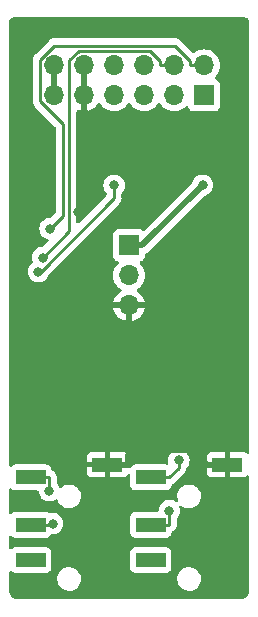
<source format=gtl>
G04 #@! TF.GenerationSoftware,KiCad,Pcbnew,7.0.9-7.0.9~ubuntu20.04.1*
G04 #@! TF.CreationDate,2023-11-16T21:07:45+01:00*
G04 #@! TF.ProjectId,kicad-pmod_i2s2,6b696361-642d-4706-9d6f-645f69327332,1.0*
G04 #@! TF.SameCoordinates,Original*
G04 #@! TF.FileFunction,Copper,L1,Top*
G04 #@! TF.FilePolarity,Positive*
%FSLAX46Y46*%
G04 Gerber Fmt 4.6, Leading zero omitted, Abs format (unit mm)*
G04 Created by KiCad (PCBNEW 7.0.9-7.0.9~ubuntu20.04.1) date 2023-11-16 21:07:45*
%MOMM*%
%LPD*%
G01*
G04 APERTURE LIST*
G04 #@! TA.AperFunction,SMDPad,CuDef*
%ADD10R,2.500000X1.200000*%
G04 #@! TD*
G04 #@! TA.AperFunction,ComponentPad*
%ADD11R,1.700000X1.700000*%
G04 #@! TD*
G04 #@! TA.AperFunction,ComponentPad*
%ADD12O,1.700000X1.700000*%
G04 #@! TD*
G04 #@! TA.AperFunction,ViaPad*
%ADD13C,0.800000*%
G04 #@! TD*
G04 #@! TA.AperFunction,Conductor*
%ADD14C,0.250000*%
G04 #@! TD*
G04 #@! TA.AperFunction,Conductor*
%ADD15C,0.500000*%
G04 #@! TD*
G04 APERTURE END LIST*
D10*
X122480000Y-79535000D03*
X122480000Y-82535000D03*
X128980000Y-74435000D03*
X122480000Y-75535000D03*
D11*
X120650000Y-55880000D03*
D12*
X120650000Y-58420000D03*
X120650000Y-60960000D03*
D11*
X127000000Y-43180000D03*
D12*
X127000000Y-40640000D03*
X124460000Y-43180000D03*
X124460000Y-40640000D03*
X121920000Y-43180000D03*
X121920000Y-40640000D03*
X119380000Y-43180000D03*
X119380000Y-40640000D03*
X116840000Y-43180000D03*
X116840000Y-40640000D03*
X114300000Y-43180000D03*
X114300000Y-40640000D03*
D10*
X112320000Y-79535000D03*
X112320000Y-82535000D03*
X118820000Y-74435000D03*
X112320000Y-75535000D03*
D13*
X120142000Y-83058000D03*
X118364000Y-78994000D03*
X121666000Y-77216000D03*
X126492000Y-68326000D03*
X120650000Y-65024000D03*
X116078000Y-61722000D03*
X117856000Y-72898000D03*
X118110000Y-65532000D03*
X113284000Y-61976000D03*
X110998000Y-67818000D03*
X128016000Y-79248000D03*
X126746000Y-73914000D03*
X128016000Y-72390000D03*
X126492000Y-65786000D03*
X129540000Y-58420000D03*
X125730000Y-57150000D03*
X127762000Y-62230000D03*
X129540000Y-52070000D03*
X127254000Y-45720000D03*
X116332000Y-53086000D03*
X116586000Y-45974000D03*
X118110000Y-37846000D03*
X115570000Y-37846000D03*
X119380000Y-50800000D03*
X112966600Y-58096800D03*
X113895300Y-76663900D03*
X114171700Y-79438000D03*
X113321600Y-56920200D03*
X113962300Y-54461400D03*
X124859000Y-74088900D03*
X124055300Y-78334000D03*
X121412000Y-73660000D03*
X125730000Y-61468000D03*
X118460200Y-57358700D03*
X126876300Y-50785000D03*
D14*
X119380000Y-50800000D02*
X119380000Y-51887600D01*
X113170800Y-58096800D02*
X112966600Y-58096800D01*
X119380000Y-51887600D02*
X113170800Y-58096800D01*
D15*
X121412000Y-73660000D02*
X120564000Y-73660000D01*
X125730000Y-61468000D02*
X125285400Y-61023400D01*
X125285400Y-61023400D02*
X123306300Y-61023400D01*
X120650000Y-55880000D02*
X121781300Y-55880000D01*
X121781300Y-55880000D02*
X126876300Y-50785000D01*
X123306300Y-61023400D02*
X123242900Y-60960000D01*
X123242900Y-60960000D02*
X120650000Y-60960000D01*
X118460200Y-57358700D02*
X118460200Y-54219000D01*
X118460200Y-54219000D02*
X121158000Y-51521200D01*
X121158000Y-51521200D02*
X121158000Y-48798300D01*
X121158000Y-48798300D02*
X116840000Y-44480300D01*
X116840000Y-44480300D02*
X116840000Y-43180000D01*
X120650000Y-60960000D02*
X119126000Y-60960000D01*
X119126000Y-60960000D02*
X118460200Y-60294200D01*
X118460200Y-60294200D02*
X118460200Y-57358700D01*
D14*
X127000000Y-40640000D02*
X125824700Y-40640000D01*
X125824700Y-40640000D02*
X125824700Y-40272700D01*
X125824700Y-40272700D02*
X124518500Y-38966500D01*
X124518500Y-38966500D02*
X114311799Y-38966500D01*
X114311799Y-38966500D02*
X113125000Y-40153299D01*
X113125000Y-40153299D02*
X113125000Y-43666701D01*
X115062000Y-53361700D02*
X113962300Y-54461400D01*
X113125000Y-43666701D02*
X115062000Y-45603701D01*
X115062000Y-45603701D02*
X115062000Y-53361700D01*
D15*
X126758700Y-73914000D02*
X127279700Y-74435000D01*
X126746000Y-73914000D02*
X126758700Y-73914000D01*
X126746000Y-73901300D02*
X126746000Y-73914000D01*
D14*
X112320000Y-75535000D02*
X113895300Y-75535000D01*
X113895300Y-76663900D02*
X113895300Y-75535000D01*
X112320000Y-79535000D02*
X113895300Y-79535000D01*
X113992300Y-79438000D02*
X114171700Y-79438000D01*
X113895300Y-79535000D02*
X113992300Y-79438000D01*
X123284700Y-40275300D02*
X123284700Y-40640000D01*
X122426200Y-39416800D02*
X123284700Y-40275300D01*
X116368500Y-39416800D02*
X122426200Y-39416800D01*
X115570000Y-40215300D02*
X116368500Y-39416800D01*
X115570000Y-54671800D02*
X115570000Y-40215300D01*
X113321600Y-56920200D02*
X115570000Y-54671800D01*
X124460000Y-40640000D02*
X123284700Y-40640000D01*
X122480000Y-75535000D02*
X124055300Y-75535000D01*
X124858900Y-74088900D02*
X124859000Y-74088900D01*
X124858900Y-74731400D02*
X124858900Y-74088900D01*
X124055300Y-75535000D02*
X124858900Y-74731400D01*
X122480000Y-79535000D02*
X124055300Y-79535000D01*
X124055300Y-78334000D02*
X124055300Y-79535000D01*
D15*
X116840000Y-40640000D02*
X116840000Y-43180000D01*
X118820000Y-74435000D02*
X120520300Y-74435000D01*
X128980000Y-74435000D02*
X127279700Y-74435000D01*
X120520300Y-73703700D02*
X120520300Y-74435000D01*
X123306300Y-61023400D02*
X123306300Y-73225100D01*
X120998900Y-73225100D02*
X123306300Y-73225100D01*
X120520300Y-73703700D02*
X120998900Y-73225100D01*
X126069800Y-73225100D02*
X126746000Y-73901300D01*
X123306300Y-73225100D02*
X126069800Y-73225100D01*
X114300000Y-40640000D02*
X114300000Y-43180000D01*
G04 #@! TA.AperFunction,Conductor*
G36*
X117090000Y-42744498D02*
G01*
X116982315Y-42695320D01*
X116875763Y-42680000D01*
X116804237Y-42680000D01*
X116697685Y-42695320D01*
X116590000Y-42744498D01*
X116590000Y-41075501D01*
X116697685Y-41124680D01*
X116804237Y-41140000D01*
X116875763Y-41140000D01*
X116982315Y-41124680D01*
X117090000Y-41075501D01*
X117090000Y-42744498D01*
G37*
G04 #@! TD.AperFunction*
G04 #@! TA.AperFunction,Conductor*
G36*
X130433030Y-36577031D02*
G01*
X130439746Y-36577914D01*
X130447709Y-36578963D01*
X130521327Y-36590622D01*
X130549367Y-36598530D01*
X130573809Y-36608654D01*
X130578190Y-36610674D01*
X130625076Y-36634564D01*
X130644258Y-36646667D01*
X130663594Y-36661503D01*
X130669353Y-36665923D01*
X130675448Y-36671267D01*
X130714730Y-36710549D01*
X130720075Y-36716645D01*
X130739327Y-36741733D01*
X130751435Y-36760924D01*
X130764084Y-36785748D01*
X130775318Y-36807796D01*
X130777352Y-36812208D01*
X130787466Y-36836625D01*
X130795377Y-36864676D01*
X130795379Y-36864683D01*
X130807037Y-36938296D01*
X130808969Y-36952967D01*
X130809500Y-36961069D01*
X130809500Y-73402223D01*
X130789815Y-73469262D01*
X130737011Y-73515017D01*
X130667853Y-73524961D01*
X130604297Y-73495936D01*
X130590561Y-73481183D01*
X130587187Y-73477809D01*
X130472093Y-73391649D01*
X130472086Y-73391645D01*
X130337379Y-73341403D01*
X130337372Y-73341401D01*
X130277844Y-73335000D01*
X129230000Y-73335000D01*
X129230000Y-75535000D01*
X130277828Y-75535000D01*
X130277844Y-75534999D01*
X130337372Y-75528598D01*
X130337379Y-75528596D01*
X130472086Y-75478354D01*
X130472093Y-75478350D01*
X130587187Y-75392190D01*
X130593460Y-75385918D01*
X130594682Y-75387140D01*
X130642166Y-75351594D01*
X130711858Y-75346610D01*
X130773181Y-75380094D01*
X130806666Y-75441417D01*
X130809500Y-75467776D01*
X130809500Y-85086949D01*
X130809201Y-85093031D01*
X130806027Y-85125256D01*
X130793580Y-85235720D01*
X130789021Y-85257830D01*
X130772881Y-85311039D01*
X130745210Y-85390117D01*
X130737528Y-85407614D01*
X130709046Y-85460902D01*
X130706862Y-85464664D01*
X130663133Y-85534257D01*
X130658559Y-85540609D01*
X130616167Y-85592264D01*
X130612078Y-85596776D01*
X130554776Y-85654078D01*
X130550264Y-85658167D01*
X130498609Y-85700559D01*
X130492257Y-85705133D01*
X130422664Y-85748862D01*
X130418902Y-85751046D01*
X130365614Y-85779528D01*
X130348117Y-85787210D01*
X130269039Y-85814881D01*
X130215830Y-85831021D01*
X130193720Y-85835580D01*
X130083256Y-85848027D01*
X130051031Y-85851201D01*
X130044949Y-85851500D01*
X111255051Y-85851500D01*
X111248970Y-85851201D01*
X111216743Y-85848027D01*
X111106278Y-85835580D01*
X111084167Y-85831021D01*
X111030960Y-85814881D01*
X110951881Y-85787210D01*
X110934384Y-85779528D01*
X110914120Y-85768697D01*
X110881085Y-85751039D01*
X110877340Y-85748865D01*
X110858846Y-85737245D01*
X110807741Y-85705133D01*
X110801389Y-85700559D01*
X110749734Y-85658167D01*
X110745232Y-85654087D01*
X110687910Y-85596765D01*
X110683831Y-85592264D01*
X110641439Y-85540609D01*
X110636865Y-85534257D01*
X110631712Y-85526057D01*
X110593123Y-85464641D01*
X110590970Y-85460933D01*
X110562467Y-85407607D01*
X110554794Y-85390132D01*
X110527118Y-85311039D01*
X110510975Y-85257823D01*
X110506419Y-85235728D01*
X110493972Y-85125256D01*
X110490799Y-85093031D01*
X110490500Y-85086952D01*
X110490500Y-84185936D01*
X114565631Y-84185936D01*
X114596442Y-84387063D01*
X114596445Y-84387075D01*
X114667111Y-84577881D01*
X114667115Y-84577888D01*
X114774745Y-84750567D01*
X114774747Y-84750569D01*
X114774748Y-84750571D01*
X114914941Y-84898053D01*
X115043344Y-84987424D01*
X115081949Y-85014294D01*
X115081950Y-85014294D01*
X115081951Y-85014295D01*
X115268942Y-85094540D01*
X115468259Y-85135500D01*
X115620743Y-85135500D01*
X115772439Y-85120074D01*
X115966579Y-85059162D01*
X115966580Y-85059161D01*
X115966588Y-85059159D01*
X116144502Y-84960409D01*
X116298895Y-84827866D01*
X116423448Y-84666958D01*
X116513060Y-84484271D01*
X116564063Y-84287285D01*
X116569203Y-84185936D01*
X124725631Y-84185936D01*
X124756442Y-84387063D01*
X124756445Y-84387075D01*
X124827111Y-84577881D01*
X124827115Y-84577888D01*
X124934745Y-84750567D01*
X124934747Y-84750569D01*
X124934748Y-84750571D01*
X125074941Y-84898053D01*
X125203344Y-84987424D01*
X125241949Y-85014294D01*
X125241950Y-85014294D01*
X125241951Y-85014295D01*
X125428942Y-85094540D01*
X125628259Y-85135500D01*
X125780743Y-85135500D01*
X125932439Y-85120074D01*
X126126579Y-85059162D01*
X126126580Y-85059161D01*
X126126588Y-85059159D01*
X126304502Y-84960409D01*
X126458895Y-84827866D01*
X126583448Y-84666958D01*
X126673060Y-84484271D01*
X126724063Y-84287285D01*
X126734369Y-84084064D01*
X126703556Y-83882929D01*
X126632886Y-83692113D01*
X126525252Y-83519429D01*
X126385059Y-83371947D01*
X126286587Y-83303409D01*
X126218050Y-83255705D01*
X126031056Y-83175459D01*
X125831741Y-83134500D01*
X125679258Y-83134500D01*
X125679257Y-83134500D01*
X125527560Y-83149925D01*
X125333420Y-83210837D01*
X125333405Y-83210844D01*
X125155500Y-83309589D01*
X125155495Y-83309592D01*
X125001106Y-83442132D01*
X125001104Y-83442134D01*
X124876554Y-83603037D01*
X124876553Y-83603040D01*
X124786940Y-83785728D01*
X124735937Y-83982714D01*
X124725631Y-84185936D01*
X116569203Y-84185936D01*
X116574369Y-84084064D01*
X116543556Y-83882929D01*
X116472886Y-83692113D01*
X116365252Y-83519429D01*
X116225059Y-83371947D01*
X116126587Y-83303409D01*
X116058050Y-83255705D01*
X115888326Y-83182870D01*
X120729500Y-83182870D01*
X120729501Y-83182876D01*
X120735908Y-83242483D01*
X120786202Y-83377328D01*
X120786206Y-83377335D01*
X120872452Y-83492544D01*
X120872455Y-83492547D01*
X120987664Y-83578793D01*
X120987671Y-83578797D01*
X121122517Y-83629091D01*
X121122516Y-83629091D01*
X121129444Y-83629835D01*
X121182127Y-83635500D01*
X123777872Y-83635499D01*
X123837483Y-83629091D01*
X123972331Y-83578796D01*
X124087546Y-83492546D01*
X124173796Y-83377331D01*
X124224091Y-83242483D01*
X124230500Y-83182873D01*
X124230499Y-81887128D01*
X124224091Y-81827517D01*
X124173796Y-81692669D01*
X124173795Y-81692668D01*
X124173793Y-81692664D01*
X124087547Y-81577455D01*
X124087544Y-81577452D01*
X123972335Y-81491206D01*
X123972328Y-81491202D01*
X123837482Y-81440908D01*
X123837483Y-81440908D01*
X123777883Y-81434501D01*
X123777881Y-81434500D01*
X123777873Y-81434500D01*
X123777864Y-81434500D01*
X121182129Y-81434500D01*
X121182123Y-81434501D01*
X121122516Y-81440908D01*
X120987671Y-81491202D01*
X120987664Y-81491206D01*
X120872455Y-81577452D01*
X120872452Y-81577455D01*
X120786206Y-81692664D01*
X120786202Y-81692671D01*
X120735908Y-81827517D01*
X120729501Y-81887116D01*
X120729501Y-81887123D01*
X120729500Y-81887135D01*
X120729500Y-83182870D01*
X115888326Y-83182870D01*
X115871056Y-83175459D01*
X115671741Y-83134500D01*
X115519258Y-83134500D01*
X115519257Y-83134500D01*
X115367560Y-83149925D01*
X115173420Y-83210837D01*
X115173405Y-83210844D01*
X114995500Y-83309589D01*
X114995495Y-83309592D01*
X114841106Y-83442132D01*
X114841104Y-83442134D01*
X114716554Y-83603037D01*
X114716553Y-83603040D01*
X114626940Y-83785728D01*
X114575937Y-83982714D01*
X114565631Y-84185936D01*
X110490500Y-84185936D01*
X110490500Y-83568610D01*
X110510185Y-83501571D01*
X110562989Y-83455816D01*
X110632147Y-83445872D01*
X110695703Y-83474897D01*
X110707826Y-83487918D01*
X110712455Y-83492547D01*
X110827664Y-83578793D01*
X110827671Y-83578797D01*
X110962517Y-83629091D01*
X110962516Y-83629091D01*
X110969444Y-83629835D01*
X111022127Y-83635500D01*
X113617872Y-83635499D01*
X113677483Y-83629091D01*
X113812331Y-83578796D01*
X113927546Y-83492546D01*
X114013796Y-83377331D01*
X114064091Y-83242483D01*
X114070500Y-83182873D01*
X114070499Y-81887128D01*
X114064091Y-81827517D01*
X114013796Y-81692669D01*
X114013795Y-81692668D01*
X114013793Y-81692664D01*
X113927547Y-81577455D01*
X113927544Y-81577452D01*
X113812335Y-81491206D01*
X113812328Y-81491202D01*
X113677482Y-81440908D01*
X113677483Y-81440908D01*
X113617883Y-81434501D01*
X113617881Y-81434500D01*
X113617873Y-81434500D01*
X113617864Y-81434500D01*
X111022129Y-81434500D01*
X111022123Y-81434501D01*
X110962516Y-81440908D01*
X110827671Y-81491202D01*
X110827664Y-81491206D01*
X110712455Y-81577452D01*
X110706183Y-81583725D01*
X110704841Y-81582383D01*
X110657823Y-81617575D01*
X110588131Y-81622553D01*
X110526811Y-81589062D01*
X110493331Y-81527736D01*
X110490500Y-81501389D01*
X110490500Y-80568610D01*
X110510185Y-80501571D01*
X110562989Y-80455816D01*
X110632147Y-80445872D01*
X110695703Y-80474897D01*
X110707826Y-80487918D01*
X110712455Y-80492547D01*
X110827664Y-80578793D01*
X110827671Y-80578797D01*
X110962517Y-80629091D01*
X110962516Y-80629091D01*
X110969444Y-80629835D01*
X111022127Y-80635500D01*
X113617872Y-80635499D01*
X113677483Y-80629091D01*
X113812331Y-80578796D01*
X113927546Y-80492546D01*
X113981665Y-80420251D01*
X114005669Y-80388188D01*
X114061603Y-80346318D01*
X114104935Y-80338500D01*
X114266344Y-80338500D01*
X114266346Y-80338500D01*
X114451503Y-80299144D01*
X114624430Y-80222151D01*
X114678496Y-80182870D01*
X120729500Y-80182870D01*
X120729501Y-80182876D01*
X120735908Y-80242483D01*
X120786202Y-80377328D01*
X120786206Y-80377335D01*
X120872452Y-80492544D01*
X120872455Y-80492547D01*
X120987664Y-80578793D01*
X120987671Y-80578797D01*
X121122517Y-80629091D01*
X121122516Y-80629091D01*
X121129444Y-80629835D01*
X121182127Y-80635500D01*
X123777872Y-80635499D01*
X123837483Y-80629091D01*
X123972331Y-80578796D01*
X124087546Y-80492546D01*
X124173796Y-80377331D01*
X124224091Y-80242483D01*
X124227163Y-80213912D01*
X124253901Y-80149361D01*
X124311293Y-80109513D01*
X124311802Y-80109346D01*
X124323741Y-80105467D01*
X124330637Y-80101090D01*
X124351433Y-80090494D01*
X124359032Y-80087486D01*
X124405491Y-80053730D01*
X124408690Y-80051555D01*
X124457177Y-80020786D01*
X124462766Y-80014833D01*
X124480279Y-79999394D01*
X124486887Y-79994594D01*
X124523490Y-79950347D01*
X124526036Y-79947457D01*
X124565362Y-79905582D01*
X124569298Y-79898421D01*
X124582419Y-79879114D01*
X124587624Y-79872823D01*
X124612069Y-79820874D01*
X124613828Y-79817419D01*
X124641497Y-79767092D01*
X124643527Y-79759181D01*
X124651435Y-79737218D01*
X124654914Y-79729826D01*
X124665677Y-79673401D01*
X124666510Y-79669670D01*
X124680800Y-79614019D01*
X124680800Y-79605844D01*
X124682997Y-79582606D01*
X124684527Y-79574588D01*
X124680921Y-79517275D01*
X124680800Y-79513403D01*
X124680800Y-79032687D01*
X124700485Y-78965648D01*
X124712650Y-78949715D01*
X124731191Y-78929122D01*
X124787833Y-78866216D01*
X124882479Y-78702284D01*
X124940974Y-78522256D01*
X124960760Y-78334000D01*
X124940974Y-78145744D01*
X124912841Y-78059159D01*
X124911811Y-78055989D01*
X124909816Y-77986148D01*
X124945896Y-77926315D01*
X125008597Y-77895487D01*
X125078012Y-77903452D01*
X125100571Y-77915892D01*
X125241951Y-78014295D01*
X125428942Y-78094540D01*
X125628259Y-78135500D01*
X125780743Y-78135500D01*
X125932439Y-78120074D01*
X126126579Y-78059162D01*
X126126580Y-78059161D01*
X126126588Y-78059159D01*
X126304502Y-77960409D01*
X126458895Y-77827866D01*
X126583448Y-77666958D01*
X126673060Y-77484271D01*
X126724063Y-77287285D01*
X126734369Y-77084064D01*
X126703556Y-76882929D01*
X126632886Y-76692113D01*
X126525252Y-76519429D01*
X126385059Y-76371947D01*
X126286587Y-76303409D01*
X126218050Y-76255705D01*
X126031056Y-76175459D01*
X125831741Y-76134500D01*
X125679258Y-76134500D01*
X125679257Y-76134500D01*
X125527560Y-76149925D01*
X125333420Y-76210837D01*
X125333405Y-76210844D01*
X125155500Y-76309589D01*
X125155495Y-76309592D01*
X125001106Y-76442132D01*
X125001104Y-76442134D01*
X124876554Y-76603037D01*
X124876553Y-76603040D01*
X124786940Y-76785728D01*
X124735937Y-76982714D01*
X124725631Y-77185936D01*
X124756442Y-77387063D01*
X124756446Y-77387079D01*
X124788082Y-77472498D01*
X124792906Y-77542200D01*
X124759280Y-77603446D01*
X124697880Y-77636790D01*
X124628200Y-77631645D01*
X124598916Y-77615881D01*
X124508034Y-77549851D01*
X124508029Y-77549848D01*
X124335107Y-77472857D01*
X124335102Y-77472855D01*
X124189301Y-77441865D01*
X124149946Y-77433500D01*
X123960654Y-77433500D01*
X123928197Y-77440398D01*
X123775497Y-77472855D01*
X123775492Y-77472857D01*
X123602570Y-77549848D01*
X123602565Y-77549851D01*
X123449429Y-77661111D01*
X123322766Y-77801785D01*
X123228121Y-77965715D01*
X123228118Y-77965722D01*
X123172954Y-78135500D01*
X123169626Y-78145744D01*
X123160128Y-78236106D01*
X123150947Y-78323462D01*
X123124362Y-78388077D01*
X123067064Y-78428061D01*
X123027626Y-78434500D01*
X121182129Y-78434500D01*
X121182123Y-78434501D01*
X121122516Y-78440908D01*
X120987671Y-78491202D01*
X120987664Y-78491206D01*
X120872455Y-78577452D01*
X120872452Y-78577455D01*
X120786206Y-78692664D01*
X120786202Y-78692671D01*
X120735908Y-78827517D01*
X120729501Y-78887116D01*
X120729500Y-78887135D01*
X120729500Y-80182870D01*
X114678496Y-80182870D01*
X114777571Y-80110888D01*
X114904233Y-79970216D01*
X114998879Y-79806284D01*
X115057374Y-79626256D01*
X115077160Y-79438000D01*
X115057374Y-79249744D01*
X114998879Y-79069716D01*
X114904233Y-78905784D01*
X114777571Y-78765112D01*
X114777570Y-78765111D01*
X114624434Y-78653851D01*
X114624429Y-78653848D01*
X114451507Y-78576857D01*
X114451502Y-78576855D01*
X114305701Y-78545865D01*
X114266346Y-78537500D01*
X114077054Y-78537500D01*
X114077050Y-78537500D01*
X113974083Y-78559386D01*
X113904416Y-78554070D01*
X113873991Y-78537362D01*
X113812335Y-78491206D01*
X113812328Y-78491202D01*
X113677482Y-78440908D01*
X113677483Y-78440908D01*
X113617883Y-78434501D01*
X113617881Y-78434500D01*
X113617873Y-78434500D01*
X113617864Y-78434500D01*
X111022129Y-78434500D01*
X111022123Y-78434501D01*
X110962516Y-78440908D01*
X110827671Y-78491202D01*
X110827664Y-78491206D01*
X110712455Y-78577452D01*
X110706183Y-78583725D01*
X110704841Y-78582383D01*
X110657823Y-78617575D01*
X110588131Y-78622553D01*
X110526811Y-78589062D01*
X110493331Y-78527736D01*
X110490500Y-78501389D01*
X110490500Y-76568610D01*
X110510185Y-76501571D01*
X110562989Y-76455816D01*
X110632147Y-76445872D01*
X110695703Y-76474897D01*
X110707826Y-76487918D01*
X110712455Y-76492547D01*
X110827664Y-76578793D01*
X110827671Y-76578797D01*
X110962517Y-76629091D01*
X110962516Y-76629091D01*
X110969444Y-76629835D01*
X111022127Y-76635500D01*
X112875204Y-76635499D01*
X112942243Y-76655184D01*
X112987998Y-76707987D01*
X112998525Y-76746537D01*
X113009626Y-76852156D01*
X113009627Y-76852159D01*
X113068118Y-77032177D01*
X113068121Y-77032184D01*
X113162767Y-77196116D01*
X113214592Y-77253673D01*
X113289429Y-77336788D01*
X113442565Y-77448048D01*
X113442570Y-77448051D01*
X113615492Y-77525042D01*
X113615497Y-77525044D01*
X113800654Y-77564400D01*
X113800655Y-77564400D01*
X113989944Y-77564400D01*
X113989946Y-77564400D01*
X114175103Y-77525044D01*
X114348030Y-77448051D01*
X114429219Y-77389063D01*
X114495024Y-77365583D01*
X114563078Y-77381408D01*
X114611773Y-77431513D01*
X114618385Y-77446315D01*
X114667111Y-77577881D01*
X114667115Y-77577888D01*
X114774745Y-77750567D01*
X114774747Y-77750569D01*
X114774748Y-77750571D01*
X114914941Y-77898053D01*
X115012164Y-77965722D01*
X115081949Y-78014294D01*
X115081950Y-78014294D01*
X115081951Y-78014295D01*
X115268942Y-78094540D01*
X115468259Y-78135500D01*
X115620743Y-78135500D01*
X115772439Y-78120074D01*
X115966579Y-78059162D01*
X115966580Y-78059161D01*
X115966588Y-78059159D01*
X116144502Y-77960409D01*
X116298895Y-77827866D01*
X116423448Y-77666958D01*
X116513060Y-77484271D01*
X116564063Y-77287285D01*
X116574369Y-77084064D01*
X116543556Y-76882929D01*
X116472886Y-76692113D01*
X116365252Y-76519429D01*
X116225059Y-76371947D01*
X116126587Y-76303409D01*
X116058050Y-76255705D01*
X115871056Y-76175459D01*
X115671741Y-76134500D01*
X115519258Y-76134500D01*
X115519257Y-76134500D01*
X115367560Y-76149925D01*
X115173420Y-76210837D01*
X115173405Y-76210844D01*
X114995500Y-76309589D01*
X114995495Y-76309592D01*
X114926771Y-76368591D01*
X114863083Y-76397323D01*
X114793971Y-76387061D01*
X114741378Y-76341063D01*
X114728070Y-76312822D01*
X114722482Y-76295624D01*
X114722480Y-76295620D01*
X114722479Y-76295616D01*
X114627833Y-76131684D01*
X114611563Y-76113614D01*
X114552650Y-76048184D01*
X114522420Y-75985192D01*
X114520800Y-75965212D01*
X114520800Y-75605844D01*
X114522997Y-75582606D01*
X114524527Y-75574588D01*
X114520921Y-75517275D01*
X114520800Y-75513403D01*
X114520800Y-75495650D01*
X114518570Y-75478002D01*
X114518210Y-75474191D01*
X114514604Y-75416862D01*
X114512079Y-75409092D01*
X114506987Y-75386314D01*
X114505964Y-75378208D01*
X114484820Y-75324806D01*
X114483511Y-75321170D01*
X114465767Y-75266559D01*
X114461389Y-75259661D01*
X114450795Y-75238868D01*
X114447786Y-75231268D01*
X114414036Y-75184815D01*
X114411845Y-75181592D01*
X114386960Y-75142379D01*
X114381086Y-75133123D01*
X114375133Y-75127533D01*
X114359698Y-75110025D01*
X114354894Y-75103413D01*
X114354891Y-75103411D01*
X114354891Y-75103410D01*
X114310661Y-75066820D01*
X114307738Y-75064243D01*
X114265885Y-75024940D01*
X114265877Y-75024934D01*
X114258715Y-75020997D01*
X114239414Y-75007880D01*
X114233124Y-75002676D01*
X114181178Y-74978232D01*
X114177717Y-74976469D01*
X114153229Y-74963006D01*
X114130616Y-74950575D01*
X114081352Y-74901029D01*
X114067063Y-74855165D01*
X114064091Y-74827516D01*
X114013797Y-74692671D01*
X114013793Y-74692664D01*
X114008056Y-74685000D01*
X117070000Y-74685000D01*
X117070000Y-75082844D01*
X117076401Y-75142372D01*
X117076403Y-75142379D01*
X117126645Y-75277086D01*
X117126649Y-75277093D01*
X117212809Y-75392187D01*
X117212812Y-75392190D01*
X117327906Y-75478350D01*
X117327913Y-75478354D01*
X117462620Y-75528596D01*
X117462627Y-75528598D01*
X117522155Y-75534999D01*
X117522172Y-75535000D01*
X118570000Y-75535000D01*
X119070000Y-75535000D01*
X120117828Y-75535000D01*
X120117844Y-75534999D01*
X120177372Y-75528598D01*
X120177379Y-75528596D01*
X120312086Y-75478354D01*
X120312093Y-75478350D01*
X120427186Y-75392190D01*
X120506233Y-75286599D01*
X120562167Y-75244728D01*
X120631859Y-75239744D01*
X120693182Y-75273229D01*
X120726666Y-75334553D01*
X120729500Y-75360910D01*
X120729500Y-76182870D01*
X120729501Y-76182876D01*
X120735908Y-76242483D01*
X120786202Y-76377328D01*
X120786206Y-76377335D01*
X120872452Y-76492544D01*
X120872455Y-76492547D01*
X120987664Y-76578793D01*
X120987671Y-76578797D01*
X121122517Y-76629091D01*
X121122516Y-76629091D01*
X121129444Y-76629835D01*
X121182127Y-76635500D01*
X123777872Y-76635499D01*
X123837483Y-76629091D01*
X123972331Y-76578796D01*
X124087546Y-76492546D01*
X124173796Y-76377331D01*
X124224091Y-76242483D01*
X124226916Y-76216210D01*
X124253654Y-76151659D01*
X124300968Y-76115660D01*
X124305677Y-76113621D01*
X124305690Y-76113618D01*
X124322929Y-76103422D01*
X124340403Y-76094862D01*
X124359027Y-76087488D01*
X124359027Y-76087487D01*
X124359032Y-76087486D01*
X124396749Y-76060082D01*
X124401605Y-76056892D01*
X124441720Y-76033170D01*
X124455889Y-76018999D01*
X124470679Y-76006368D01*
X124486887Y-75994594D01*
X124516599Y-75958676D01*
X124520512Y-75954376D01*
X125242687Y-75232202D01*
X125254942Y-75222386D01*
X125254759Y-75222164D01*
X125260766Y-75217192D01*
X125260777Y-75217186D01*
X125294202Y-75181592D01*
X125308127Y-75166764D01*
X125318571Y-75156318D01*
X125329020Y-75145871D01*
X125333279Y-75140378D01*
X125337052Y-75135961D01*
X125368962Y-75101982D01*
X125378615Y-75084420D01*
X125389289Y-75068170D01*
X125401573Y-75052336D01*
X125420080Y-75009567D01*
X125422649Y-75004324D01*
X125436993Y-74978232D01*
X125445097Y-74963492D01*
X125450077Y-74944091D01*
X125456378Y-74925688D01*
X125464338Y-74907296D01*
X125471630Y-74861249D01*
X125472811Y-74855552D01*
X125484400Y-74810419D01*
X125484400Y-74790383D01*
X125485927Y-74770986D01*
X125486443Y-74767728D01*
X125516372Y-74704593D01*
X125516766Y-74704153D01*
X125534011Y-74685000D01*
X127230000Y-74685000D01*
X127230000Y-75082844D01*
X127236401Y-75142372D01*
X127236403Y-75142379D01*
X127286645Y-75277086D01*
X127286649Y-75277093D01*
X127372809Y-75392187D01*
X127372812Y-75392190D01*
X127487906Y-75478350D01*
X127487913Y-75478354D01*
X127622620Y-75528596D01*
X127622627Y-75528598D01*
X127682155Y-75534999D01*
X127682172Y-75535000D01*
X128730000Y-75535000D01*
X128730000Y-74685000D01*
X127230000Y-74685000D01*
X125534011Y-74685000D01*
X125591533Y-74621116D01*
X125686179Y-74457184D01*
X125744674Y-74277156D01*
X125754360Y-74185000D01*
X127230000Y-74185000D01*
X128730000Y-74185000D01*
X128730000Y-73335000D01*
X127682155Y-73335000D01*
X127622627Y-73341401D01*
X127622620Y-73341403D01*
X127487913Y-73391645D01*
X127487906Y-73391649D01*
X127372812Y-73477809D01*
X127372809Y-73477812D01*
X127286649Y-73592906D01*
X127286645Y-73592913D01*
X127236403Y-73727620D01*
X127236401Y-73727627D01*
X127230000Y-73787155D01*
X127230000Y-74185000D01*
X125754360Y-74185000D01*
X125764460Y-74088900D01*
X125744674Y-73900644D01*
X125686179Y-73720616D01*
X125591533Y-73556684D01*
X125464871Y-73416012D01*
X125445892Y-73402223D01*
X125311734Y-73304751D01*
X125311729Y-73304748D01*
X125138807Y-73227757D01*
X125138802Y-73227755D01*
X124993001Y-73196765D01*
X124953646Y-73188400D01*
X124764354Y-73188400D01*
X124731897Y-73195298D01*
X124579197Y-73227755D01*
X124579192Y-73227757D01*
X124406270Y-73304748D01*
X124406265Y-73304751D01*
X124253129Y-73416011D01*
X124126466Y-73556685D01*
X124031821Y-73720615D01*
X124031818Y-73720622D01*
X123973327Y-73900640D01*
X123973326Y-73900644D01*
X123953540Y-74088900D01*
X123973326Y-74277157D01*
X123974217Y-74279897D01*
X123974264Y-74281573D01*
X123974678Y-74283517D01*
X123974322Y-74283592D01*
X123976212Y-74349738D01*
X123940132Y-74409571D01*
X123877432Y-74440400D01*
X123843031Y-74441506D01*
X123837485Y-74440909D01*
X123837483Y-74440909D01*
X123777873Y-74434500D01*
X123777864Y-74434500D01*
X121182129Y-74434500D01*
X121182123Y-74434501D01*
X121122516Y-74440908D01*
X120987671Y-74491202D01*
X120987664Y-74491206D01*
X120872455Y-74577452D01*
X120782685Y-74697369D01*
X120726751Y-74739239D01*
X120657060Y-74744223D01*
X120595738Y-74710738D01*
X120570000Y-74685000D01*
X119070000Y-74685000D01*
X119070000Y-75535000D01*
X118570000Y-75535000D01*
X118570000Y-74685000D01*
X117070000Y-74685000D01*
X114008056Y-74685000D01*
X113927547Y-74577455D01*
X113927544Y-74577452D01*
X113812335Y-74491206D01*
X113812328Y-74491202D01*
X113677482Y-74440908D01*
X113677483Y-74440908D01*
X113617883Y-74434501D01*
X113617881Y-74434500D01*
X113617873Y-74434500D01*
X113617864Y-74434500D01*
X111022129Y-74434500D01*
X111022123Y-74434501D01*
X110962516Y-74440908D01*
X110827671Y-74491202D01*
X110827664Y-74491206D01*
X110712455Y-74577452D01*
X110706183Y-74583725D01*
X110704841Y-74582383D01*
X110657823Y-74617575D01*
X110588131Y-74622553D01*
X110526811Y-74589062D01*
X110493331Y-74527736D01*
X110490500Y-74501389D01*
X110490500Y-74185000D01*
X117070000Y-74185000D01*
X118570000Y-74185000D01*
X118570000Y-73335000D01*
X119070000Y-73335000D01*
X119070000Y-74185000D01*
X120570000Y-74185000D01*
X120570000Y-73787172D01*
X120569999Y-73787155D01*
X120563598Y-73727627D01*
X120563596Y-73727620D01*
X120513354Y-73592913D01*
X120513350Y-73592906D01*
X120427190Y-73477812D01*
X120427187Y-73477809D01*
X120312093Y-73391649D01*
X120312086Y-73391645D01*
X120177379Y-73341403D01*
X120177372Y-73341401D01*
X120117844Y-73335000D01*
X119070000Y-73335000D01*
X118570000Y-73335000D01*
X117522155Y-73335000D01*
X117462627Y-73341401D01*
X117462620Y-73341403D01*
X117327913Y-73391645D01*
X117327906Y-73391649D01*
X117212812Y-73477809D01*
X117212809Y-73477812D01*
X117126649Y-73592906D01*
X117126645Y-73592913D01*
X117076403Y-73727620D01*
X117076401Y-73727627D01*
X117070000Y-73787155D01*
X117070000Y-74185000D01*
X110490500Y-74185000D01*
X110490500Y-58096800D01*
X112061140Y-58096800D01*
X112080926Y-58285056D01*
X112080927Y-58285059D01*
X112139418Y-58465077D01*
X112139421Y-58465083D01*
X112139421Y-58465084D01*
X112234067Y-58629016D01*
X112360729Y-58769688D01*
X112513865Y-58880948D01*
X112513870Y-58880951D01*
X112686792Y-58957942D01*
X112686797Y-58957944D01*
X112871954Y-58997300D01*
X112871955Y-58997300D01*
X113061244Y-58997300D01*
X113061246Y-58997300D01*
X113246403Y-58957944D01*
X113419330Y-58880951D01*
X113572471Y-58769688D01*
X113699133Y-58629016D01*
X113793779Y-58465084D01*
X113808427Y-58420000D01*
X119294341Y-58420000D01*
X119314936Y-58655403D01*
X119314938Y-58655413D01*
X119376094Y-58883655D01*
X119376096Y-58883659D01*
X119376097Y-58883663D01*
X119410734Y-58957942D01*
X119475965Y-59097830D01*
X119475967Y-59097834D01*
X119611501Y-59291395D01*
X119611506Y-59291402D01*
X119778597Y-59458493D01*
X119778603Y-59458498D01*
X119964594Y-59588730D01*
X120008219Y-59643307D01*
X120015413Y-59712805D01*
X119983890Y-59775160D01*
X119964595Y-59791880D01*
X119778922Y-59921890D01*
X119778920Y-59921891D01*
X119611891Y-60088920D01*
X119611886Y-60088926D01*
X119476400Y-60282420D01*
X119476399Y-60282422D01*
X119376570Y-60496507D01*
X119376567Y-60496513D01*
X119319364Y-60709999D01*
X119319364Y-60710000D01*
X120216314Y-60710000D01*
X120190507Y-60750156D01*
X120150000Y-60888111D01*
X120150000Y-61031889D01*
X120190507Y-61169844D01*
X120216314Y-61210000D01*
X119319364Y-61210000D01*
X119376567Y-61423486D01*
X119376570Y-61423492D01*
X119476399Y-61637578D01*
X119611894Y-61831082D01*
X119778917Y-61998105D01*
X119972421Y-62133600D01*
X120186507Y-62233429D01*
X120186516Y-62233433D01*
X120400000Y-62290634D01*
X120400000Y-61395501D01*
X120507685Y-61444680D01*
X120614237Y-61460000D01*
X120685763Y-61460000D01*
X120792315Y-61444680D01*
X120900000Y-61395501D01*
X120900000Y-62290633D01*
X121113483Y-62233433D01*
X121113492Y-62233429D01*
X121327578Y-62133600D01*
X121521082Y-61998105D01*
X121688105Y-61831082D01*
X121823600Y-61637578D01*
X121923429Y-61423492D01*
X121923432Y-61423486D01*
X121980636Y-61210000D01*
X121083686Y-61210000D01*
X121109493Y-61169844D01*
X121150000Y-61031889D01*
X121150000Y-60888111D01*
X121109493Y-60750156D01*
X121083686Y-60710000D01*
X121980636Y-60710000D01*
X121980635Y-60709999D01*
X121923432Y-60496513D01*
X121923429Y-60496507D01*
X121823600Y-60282422D01*
X121823599Y-60282420D01*
X121688113Y-60088926D01*
X121688108Y-60088920D01*
X121521078Y-59921890D01*
X121335405Y-59791879D01*
X121291780Y-59737302D01*
X121284588Y-59667804D01*
X121316110Y-59605449D01*
X121335406Y-59588730D01*
X121521401Y-59458495D01*
X121688495Y-59291401D01*
X121824035Y-59097830D01*
X121923903Y-58883663D01*
X121985063Y-58655408D01*
X122005659Y-58420000D01*
X121985063Y-58184592D01*
X121923903Y-57956337D01*
X121824035Y-57742171D01*
X121699688Y-57564585D01*
X121688496Y-57548600D01*
X121688495Y-57548599D01*
X121566567Y-57426671D01*
X121533084Y-57365351D01*
X121538068Y-57295659D01*
X121579939Y-57239725D01*
X121610915Y-57222810D01*
X121742331Y-57173796D01*
X121857546Y-57087546D01*
X121943796Y-56972331D01*
X121994091Y-56837483D01*
X122000500Y-56777873D01*
X122000499Y-56687534D01*
X122020183Y-56620497D01*
X122072986Y-56574741D01*
X122085469Y-56569838D01*
X122100634Y-56564814D01*
X122100641Y-56564809D01*
X122107182Y-56561760D01*
X122107208Y-56561816D01*
X122113990Y-56558532D01*
X122113963Y-56558478D01*
X122120406Y-56555240D01*
X122120417Y-56555237D01*
X122184583Y-56513034D01*
X122249956Y-56472712D01*
X122249962Y-56472705D01*
X122255625Y-56468229D01*
X122255662Y-56468277D01*
X122261504Y-56463518D01*
X122261464Y-56463471D01*
X122266991Y-56458832D01*
X122266996Y-56458830D01*
X122319686Y-56402981D01*
X127029070Y-51693595D01*
X127090391Y-51660112D01*
X127090727Y-51660039D01*
X127156103Y-51646144D01*
X127329030Y-51569151D01*
X127482171Y-51457888D01*
X127608833Y-51317216D01*
X127703479Y-51153284D01*
X127761974Y-50973256D01*
X127781760Y-50785000D01*
X127761974Y-50596744D01*
X127703479Y-50416716D01*
X127608833Y-50252784D01*
X127482171Y-50112112D01*
X127482170Y-50112111D01*
X127329034Y-50000851D01*
X127329029Y-50000848D01*
X127156107Y-49923857D01*
X127156102Y-49923855D01*
X127010301Y-49892865D01*
X126970946Y-49884500D01*
X126781654Y-49884500D01*
X126749197Y-49891398D01*
X126596497Y-49923855D01*
X126596492Y-49923857D01*
X126423570Y-50000848D01*
X126423565Y-50000851D01*
X126270429Y-50112111D01*
X126143766Y-50252785D01*
X126049121Y-50416715D01*
X126049119Y-50416719D01*
X125993779Y-50587039D01*
X125963529Y-50636401D01*
X121973515Y-54626415D01*
X121912192Y-54659900D01*
X121842500Y-54654916D01*
X121811523Y-54638001D01*
X121742331Y-54586204D01*
X121742328Y-54586202D01*
X121607482Y-54535908D01*
X121607483Y-54535908D01*
X121547883Y-54529501D01*
X121547881Y-54529500D01*
X121547873Y-54529500D01*
X121547864Y-54529500D01*
X119752129Y-54529500D01*
X119752123Y-54529501D01*
X119692516Y-54535908D01*
X119557671Y-54586202D01*
X119557664Y-54586206D01*
X119442455Y-54672452D01*
X119442452Y-54672455D01*
X119356206Y-54787664D01*
X119356202Y-54787671D01*
X119305908Y-54922517D01*
X119299501Y-54982116D01*
X119299500Y-54982135D01*
X119299500Y-56777870D01*
X119299501Y-56777876D01*
X119305908Y-56837483D01*
X119356202Y-56972328D01*
X119356206Y-56972335D01*
X119442452Y-57087544D01*
X119442455Y-57087547D01*
X119557664Y-57173793D01*
X119557671Y-57173797D01*
X119689081Y-57222810D01*
X119745015Y-57264681D01*
X119769432Y-57330145D01*
X119754580Y-57398418D01*
X119733430Y-57426673D01*
X119611503Y-57548600D01*
X119475965Y-57742169D01*
X119475964Y-57742171D01*
X119376098Y-57956335D01*
X119376094Y-57956344D01*
X119314938Y-58184586D01*
X119314936Y-58184596D01*
X119294341Y-58419999D01*
X119294341Y-58420000D01*
X113808427Y-58420000D01*
X113835922Y-58335378D01*
X113866169Y-58286019D01*
X119763788Y-52388401D01*
X119776042Y-52378586D01*
X119775859Y-52378364D01*
X119781866Y-52373392D01*
X119781877Y-52373386D01*
X119812775Y-52340482D01*
X119829227Y-52322964D01*
X119839671Y-52312518D01*
X119850120Y-52302071D01*
X119854379Y-52296578D01*
X119858152Y-52292161D01*
X119890062Y-52258182D01*
X119899715Y-52240620D01*
X119910389Y-52224370D01*
X119922673Y-52208536D01*
X119941180Y-52165767D01*
X119943749Y-52160524D01*
X119966196Y-52119693D01*
X119966197Y-52119692D01*
X119971177Y-52100291D01*
X119977478Y-52081888D01*
X119985438Y-52063496D01*
X119992730Y-52017449D01*
X119993911Y-52011752D01*
X120005500Y-51966619D01*
X120005500Y-51946583D01*
X120007027Y-51927182D01*
X120010160Y-51907404D01*
X120005775Y-51861015D01*
X120005500Y-51855177D01*
X120005500Y-51498687D01*
X120025185Y-51431648D01*
X120037350Y-51415715D01*
X120055891Y-51395122D01*
X120112533Y-51332216D01*
X120207179Y-51168284D01*
X120265674Y-50988256D01*
X120285460Y-50800000D01*
X120265674Y-50611744D01*
X120207179Y-50431716D01*
X120112533Y-50267784D01*
X119985871Y-50127112D01*
X119985870Y-50127111D01*
X119832734Y-50015851D01*
X119832729Y-50015848D01*
X119659807Y-49938857D01*
X119659802Y-49938855D01*
X119514001Y-49907865D01*
X119474646Y-49899500D01*
X119285354Y-49899500D01*
X119252897Y-49906398D01*
X119100197Y-49938855D01*
X119100192Y-49938857D01*
X118927270Y-50015848D01*
X118927265Y-50015851D01*
X118774129Y-50127111D01*
X118647466Y-50267785D01*
X118552821Y-50431715D01*
X118552818Y-50431722D01*
X118494639Y-50610781D01*
X118494326Y-50611744D01*
X118474540Y-50800000D01*
X118494326Y-50988256D01*
X118494327Y-50988259D01*
X118552818Y-51168277D01*
X118552821Y-51168284D01*
X118647467Y-51332216D01*
X118690772Y-51380310D01*
X118722650Y-51415715D01*
X118752880Y-51478706D01*
X118754500Y-51498687D01*
X118754500Y-51577147D01*
X118734815Y-51644186D01*
X118718181Y-51664828D01*
X116407181Y-53975828D01*
X116345858Y-54009313D01*
X116276166Y-54004329D01*
X116220233Y-53962457D01*
X116195816Y-53896993D01*
X116195500Y-53888147D01*
X116195500Y-44563665D01*
X116215185Y-44496626D01*
X116267989Y-44450871D01*
X116337147Y-44440927D01*
X116371914Y-44451287D01*
X116376513Y-44453432D01*
X116376516Y-44453433D01*
X116590000Y-44510634D01*
X116590000Y-43615501D01*
X116697685Y-43664680D01*
X116804237Y-43680000D01*
X116875763Y-43680000D01*
X116982315Y-43664680D01*
X117090000Y-43615501D01*
X117090000Y-44510633D01*
X117303483Y-44453433D01*
X117303492Y-44453429D01*
X117517578Y-44353600D01*
X117711082Y-44218105D01*
X117878105Y-44051082D01*
X118008119Y-43865405D01*
X118062696Y-43821781D01*
X118132195Y-43814588D01*
X118194549Y-43846110D01*
X118211269Y-43865405D01*
X118341505Y-44051401D01*
X118508599Y-44218495D01*
X118605384Y-44286265D01*
X118702165Y-44354032D01*
X118702167Y-44354033D01*
X118702170Y-44354035D01*
X118916337Y-44453903D01*
X119144592Y-44515063D01*
X119321034Y-44530500D01*
X119379999Y-44535659D01*
X119380000Y-44535659D01*
X119380001Y-44535659D01*
X119438966Y-44530500D01*
X119615408Y-44515063D01*
X119843663Y-44453903D01*
X120057830Y-44354035D01*
X120251401Y-44218495D01*
X120418495Y-44051401D01*
X120548425Y-43865842D01*
X120603002Y-43822217D01*
X120672500Y-43815023D01*
X120734855Y-43846546D01*
X120751575Y-43865842D01*
X120881281Y-44051082D01*
X120881505Y-44051401D01*
X121048599Y-44218495D01*
X121145384Y-44286265D01*
X121242165Y-44354032D01*
X121242167Y-44354033D01*
X121242170Y-44354035D01*
X121456337Y-44453903D01*
X121684592Y-44515063D01*
X121861034Y-44530500D01*
X121919999Y-44535659D01*
X121920000Y-44535659D01*
X121920001Y-44535659D01*
X121978966Y-44530500D01*
X122155408Y-44515063D01*
X122383663Y-44453903D01*
X122597830Y-44354035D01*
X122791401Y-44218495D01*
X122958495Y-44051401D01*
X123088425Y-43865842D01*
X123143002Y-43822217D01*
X123212500Y-43815023D01*
X123274855Y-43846546D01*
X123291575Y-43865842D01*
X123421281Y-44051082D01*
X123421505Y-44051401D01*
X123588599Y-44218495D01*
X123685384Y-44286265D01*
X123782165Y-44354032D01*
X123782167Y-44354033D01*
X123782170Y-44354035D01*
X123996337Y-44453903D01*
X124224592Y-44515063D01*
X124401034Y-44530500D01*
X124459999Y-44535659D01*
X124460000Y-44535659D01*
X124460001Y-44535659D01*
X124518966Y-44530500D01*
X124695408Y-44515063D01*
X124923663Y-44453903D01*
X125137830Y-44354035D01*
X125331401Y-44218495D01*
X125453329Y-44096566D01*
X125514648Y-44063084D01*
X125584340Y-44068068D01*
X125640274Y-44109939D01*
X125657189Y-44140917D01*
X125706202Y-44272328D01*
X125706206Y-44272335D01*
X125792452Y-44387544D01*
X125792455Y-44387547D01*
X125907664Y-44473793D01*
X125907671Y-44473797D01*
X126042517Y-44524091D01*
X126042516Y-44524091D01*
X126049444Y-44524835D01*
X126102127Y-44530500D01*
X127897872Y-44530499D01*
X127957483Y-44524091D01*
X128092331Y-44473796D01*
X128207546Y-44387546D01*
X128293796Y-44272331D01*
X128344091Y-44137483D01*
X128350500Y-44077873D01*
X128350499Y-42282128D01*
X128344091Y-42222517D01*
X128342810Y-42219083D01*
X128293797Y-42087671D01*
X128293793Y-42087664D01*
X128207547Y-41972455D01*
X128207544Y-41972452D01*
X128092335Y-41886206D01*
X128092328Y-41886202D01*
X127960917Y-41837189D01*
X127904983Y-41795318D01*
X127880566Y-41729853D01*
X127895418Y-41661580D01*
X127916563Y-41633332D01*
X128038495Y-41511401D01*
X128174035Y-41317830D01*
X128273903Y-41103663D01*
X128335063Y-40875408D01*
X128355659Y-40640000D01*
X128335063Y-40404592D01*
X128273903Y-40176337D01*
X128174035Y-39962171D01*
X128165554Y-39950058D01*
X128038494Y-39768597D01*
X127871402Y-39601506D01*
X127871395Y-39601501D01*
X127871286Y-39601425D01*
X127819558Y-39565204D01*
X127677834Y-39465967D01*
X127677830Y-39465965D01*
X127677828Y-39465964D01*
X127463663Y-39366097D01*
X127463659Y-39366096D01*
X127463655Y-39366094D01*
X127235413Y-39304938D01*
X127235403Y-39304936D01*
X127000001Y-39284341D01*
X126999999Y-39284341D01*
X126764596Y-39304936D01*
X126764586Y-39304938D01*
X126536344Y-39366094D01*
X126536335Y-39366098D01*
X126322171Y-39465964D01*
X126322169Y-39465965D01*
X126160599Y-39579098D01*
X126094393Y-39601425D01*
X126026626Y-39584415D01*
X126001795Y-39565204D01*
X125019303Y-38582712D01*
X125009480Y-38570450D01*
X125009259Y-38570634D01*
X125004286Y-38564623D01*
X124985659Y-38547131D01*
X124953864Y-38517273D01*
X124943419Y-38506828D01*
X124932975Y-38496383D01*
X124927486Y-38492125D01*
X124923061Y-38488347D01*
X124889082Y-38456438D01*
X124889080Y-38456436D01*
X124889077Y-38456435D01*
X124871529Y-38446788D01*
X124855263Y-38436104D01*
X124839433Y-38423825D01*
X124796668Y-38405318D01*
X124791422Y-38402748D01*
X124750593Y-38380303D01*
X124750592Y-38380302D01*
X124731193Y-38375322D01*
X124712781Y-38369018D01*
X124694398Y-38361062D01*
X124694392Y-38361060D01*
X124648374Y-38353772D01*
X124642652Y-38352587D01*
X124597521Y-38341000D01*
X124597519Y-38341000D01*
X124577484Y-38341000D01*
X124558086Y-38339473D01*
X124550662Y-38338297D01*
X124538305Y-38336340D01*
X124538304Y-38336340D01*
X124491916Y-38340725D01*
X124486078Y-38341000D01*
X114394536Y-38341000D01*
X114378919Y-38339276D01*
X114378892Y-38339562D01*
X114371130Y-38338827D01*
X114302002Y-38341000D01*
X114272449Y-38341000D01*
X114271728Y-38341090D01*
X114265556Y-38341869D01*
X114259744Y-38342326D01*
X114213172Y-38343790D01*
X114213171Y-38343790D01*
X114193928Y-38349381D01*
X114174878Y-38353325D01*
X114155010Y-38355834D01*
X114155008Y-38355835D01*
X114111683Y-38372988D01*
X114106156Y-38374880D01*
X114061409Y-38387881D01*
X114061408Y-38387882D01*
X114044166Y-38398079D01*
X114026698Y-38406637D01*
X114008068Y-38414013D01*
X114008066Y-38414014D01*
X113970375Y-38441398D01*
X113965493Y-38444605D01*
X113925378Y-38468330D01*
X113911207Y-38482500D01*
X113896422Y-38495128D01*
X113880211Y-38506907D01*
X113850508Y-38542810D01*
X113846576Y-38547131D01*
X112741208Y-39652498D01*
X112728951Y-39662319D01*
X112729134Y-39662540D01*
X112723123Y-39667512D01*
X112675772Y-39717935D01*
X112654889Y-39738818D01*
X112654877Y-39738831D01*
X112650621Y-39744316D01*
X112646837Y-39748746D01*
X112614937Y-39782717D01*
X112614936Y-39782719D01*
X112605284Y-39800275D01*
X112594610Y-39816525D01*
X112582329Y-39832360D01*
X112582324Y-39832367D01*
X112563815Y-39875137D01*
X112561245Y-39880383D01*
X112538803Y-39921205D01*
X112533822Y-39940606D01*
X112527521Y-39959009D01*
X112519562Y-39977401D01*
X112519561Y-39977404D01*
X112512271Y-40023426D01*
X112511087Y-40029145D01*
X112499501Y-40074271D01*
X112499500Y-40074281D01*
X112499500Y-40094315D01*
X112497973Y-40113714D01*
X112494840Y-40133493D01*
X112494840Y-40133494D01*
X112499225Y-40179882D01*
X112499500Y-40185720D01*
X112499500Y-43583956D01*
X112497775Y-43599573D01*
X112498061Y-43599600D01*
X112497326Y-43607366D01*
X112499500Y-43676515D01*
X112499500Y-43706044D01*
X112499501Y-43706061D01*
X112500368Y-43712932D01*
X112500826Y-43718751D01*
X112502290Y-43765325D01*
X112502291Y-43765328D01*
X112507880Y-43784568D01*
X112511824Y-43803612D01*
X112514336Y-43823493D01*
X112523463Y-43846546D01*
X112531490Y-43866820D01*
X112533382Y-43872348D01*
X112546381Y-43917089D01*
X112556580Y-43934335D01*
X112565138Y-43951804D01*
X112572514Y-43970433D01*
X112599898Y-44008124D01*
X112603106Y-44013008D01*
X112626827Y-44053117D01*
X112626833Y-44053125D01*
X112640990Y-44067281D01*
X112653628Y-44082077D01*
X112665405Y-44098287D01*
X112665406Y-44098288D01*
X112701309Y-44127989D01*
X112705620Y-44131911D01*
X114400181Y-45826472D01*
X114433666Y-45887795D01*
X114436500Y-45914153D01*
X114436500Y-53051247D01*
X114416815Y-53118286D01*
X114400181Y-53138928D01*
X114014528Y-53524581D01*
X113953205Y-53558066D01*
X113926847Y-53560900D01*
X113867654Y-53560900D01*
X113835197Y-53567798D01*
X113682497Y-53600255D01*
X113682492Y-53600257D01*
X113509570Y-53677248D01*
X113509565Y-53677251D01*
X113356429Y-53788511D01*
X113229766Y-53929185D01*
X113135121Y-54093115D01*
X113135118Y-54093122D01*
X113076627Y-54273140D01*
X113076626Y-54273144D01*
X113056840Y-54461400D01*
X113076626Y-54649656D01*
X113076627Y-54649659D01*
X113135118Y-54829677D01*
X113135121Y-54829684D01*
X113229767Y-54993616D01*
X113356429Y-55134288D01*
X113509565Y-55245548D01*
X113509570Y-55245551D01*
X113682492Y-55322542D01*
X113682497Y-55322544D01*
X113749542Y-55336795D01*
X113811024Y-55369987D01*
X113844800Y-55431150D01*
X113840148Y-55500865D01*
X113811442Y-55545766D01*
X113373828Y-55983381D01*
X113312505Y-56016866D01*
X113286147Y-56019700D01*
X113226954Y-56019700D01*
X113194497Y-56026598D01*
X113041797Y-56059055D01*
X113041792Y-56059057D01*
X112868870Y-56136048D01*
X112868865Y-56136051D01*
X112715729Y-56247311D01*
X112589066Y-56387985D01*
X112494421Y-56551915D01*
X112494418Y-56551922D01*
X112450355Y-56687536D01*
X112435926Y-56731944D01*
X112416140Y-56920200D01*
X112435926Y-57108456D01*
X112435927Y-57108459D01*
X112476647Y-57233783D01*
X112478642Y-57303624D01*
X112442562Y-57363457D01*
X112431603Y-57372418D01*
X112360728Y-57423912D01*
X112360723Y-57423916D01*
X112234066Y-57564585D01*
X112139421Y-57728515D01*
X112139418Y-57728522D01*
X112080927Y-57908540D01*
X112080926Y-57908544D01*
X112061140Y-58096800D01*
X110490500Y-58096800D01*
X110490500Y-36961070D01*
X110491031Y-36952970D01*
X110492962Y-36938296D01*
X110504624Y-36864664D01*
X110512528Y-36836637D01*
X110522661Y-36812174D01*
X110524670Y-36807817D01*
X110548569Y-36760913D01*
X110560659Y-36741750D01*
X110579933Y-36716633D01*
X110585253Y-36710565D01*
X110624565Y-36671253D01*
X110630633Y-36665933D01*
X110655750Y-36646659D01*
X110674913Y-36634569D01*
X110721817Y-36610670D01*
X110726174Y-36608661D01*
X110750637Y-36598528D01*
X110778664Y-36590624D01*
X110852284Y-36578963D01*
X110861045Y-36577810D01*
X110866970Y-36577031D01*
X110875070Y-36576500D01*
X130424930Y-36576500D01*
X130433030Y-36577031D01*
G37*
G04 #@! TD.AperFunction*
M02*

</source>
